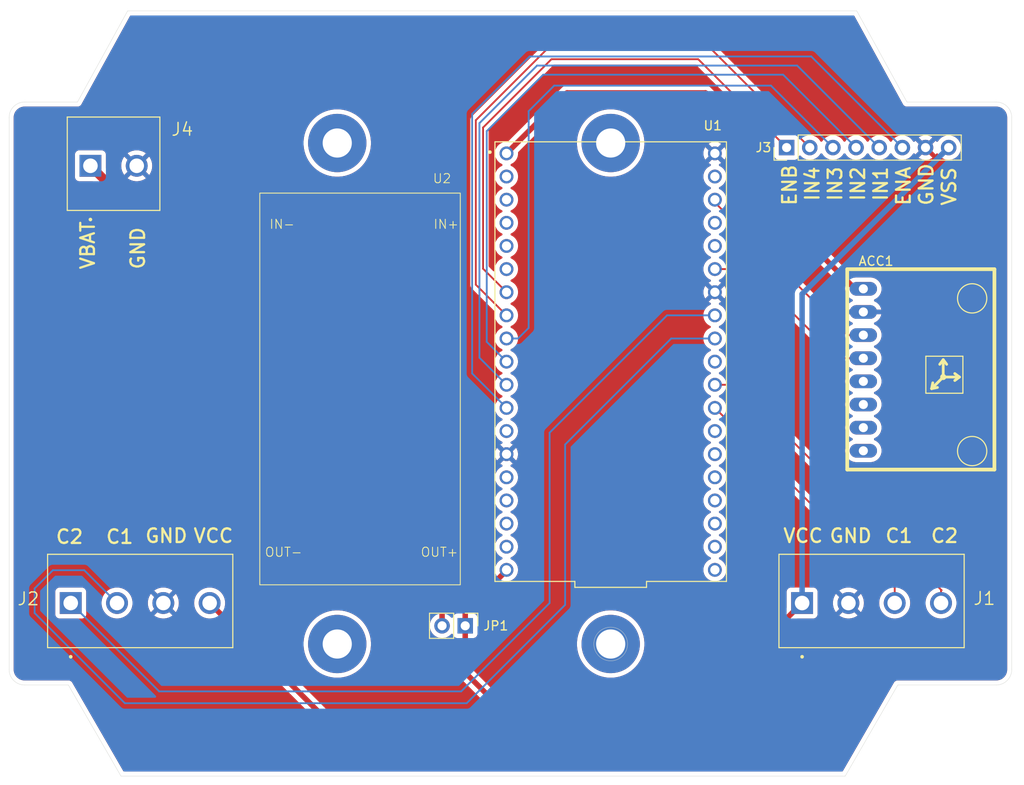
<source format=kicad_pcb>
(kicad_pcb (version 20241229) (generator "pcbnew") (generator_version "9.0")
  (layers (0 "F.Cu" signal "Front") (4 "In1.Cu" signal) (6 "In2.Cu" signal) (2 "B.Cu" signal "Back") (13 "F.Paste" user) (15 "B.Paste" user) (5 "F.SilkS" user "F.Silkscreen") (7 "B.SilkS" user "B.Silkscreen") (1 "F.Mask" user) (3 "B.Mask" user) (25 "Edge.Cuts" user))
  (net 0 "")
  (net 4 "Net-(U1-3.3V)")
  (net 5 "Net-(U1-IO22)")
  (net 7 "GND")
  (net 8 "Net-(U1-IO21)")
  (net 9 "+5V")
  (net 10 "/ENC_A1")
  (net 11 "/ENC_B1")
  (net 12 "/ENC_A2")
  (net 13 "/ENC_B2")
  (net 14 "/IN3")
  (net 15 "/IN4")
  (net 16 "/ENA")
  (net 17 "/IN2")
  (net 18 "/IN1")
  (net 19 "/ENB")
  (net 20 "+12V")
  (footprint "MountingHole:MountingHole_3.2mm_M3_Pad" (layer "F.Cu") (at 129 49.5)
    (property "Reference" "H1" (hide yes))
    (property "Value" "MountingHole")
    (pad "1" thru_hole circle (at 0 0) (size 6.4 6.4) (drill 3.2) (layers "*.Cu" "*.Mask"))
  )
  (footprint "Module:LM2596 WC00100 Module" (layer "F.Cu") (at 131.5 76.5)
    (property "Reference" "U2" (at 9 -23.1 0) (layer "F.SilkS") (effects (font (thickness 0.1))))
    (property "Value" "LM2596")
    (fp_rect (start -11 -21.5) (end 11 21.5) (stroke (width 0.1)) (fill no) (layer "F.SilkS"))
    (fp_text user "OUT-" (at -10.5 18.5 0) (layer "F.SilkS") (effects (font (thickness 0.1)) (justify left bottom)))
    (fp_text user "OUT+" (at 6.6 18.5 0) (layer "F.SilkS") (effects (font (thickness 0.1)) (justify left bottom)))
    (fp_text user "IN-" (at -10 -17.5 0) (layer "F.SilkS") (effects (font (thickness 0.1)) (justify left bottom)))
    (fp_text user "IN+" (at 8 -17.5 0) (layer "F.SilkS") (effects (font (thickness 0.1)) (justify left bottom)))
    (pad "1" smd roundrect (at -9 -20) (size 1.905 1.905) (layers "F.Cu" "F.Mask" "F.Paste") (roundrect_rratio 0.15) (net 7 "GND"))
    (pad "2" smd roundrect (at 9 -20) (size 1.905 1.905) (layers "F.Cu" "F.Mask" "F.Paste") (roundrect_rratio 0.15) (net 20 "+12V"))
    (pad "3" smd roundrect (at 9 20) (size 1.905 1.905) (layers "F.Cu" "F.Mask" "F.Paste") (roundrect_rratio 0.15) (net 9 "+5V"))
    (pad "4" smd roundrect (at -9 20) (size 1.905 1.905) (layers "F.Cu" "F.Mask" "F.Paste") (roundrect_rratio 0.15) (net 7 "GND"))
  )
  (footprint "MountingHole:MountingHole_3.2mm_M3_Pad" (layer "F.Cu") (at 159 49.5)
    (property "Reference" "H3" (hide yes))
    (property "Value" "MountingHole")
    (pad "1" thru_hole circle (at 0 0) (size 6.4 6.4) (drill 3.2) (layers "*.Cu" "*.Mask"))
  )
  (footprint "MountingHole:MountingHole_3.2mm_M3_Pad" (layer "F.Cu") (at 129 104.5)
    (property "Reference" "H2" (hide yes))
    (property "Value" "MountingHole")
    (pad "1" thru_hole circle (at 0 0) (size 6.4 6.4) (drill 3.2) (layers "*.Cu" "*.Mask"))
  )
  (footprint "Sensor_Motion:GY-521" (layer "F.Cu") (at 184.9484 85.3516)
    (property "Reference" "ACC1" (at 3.167 -22.8854 0) (layer "F.SilkS"))
    (property "Value" "GY-521")
    (fp_line (start 0 -22) (end 0 0) (stroke (width 0.4064)) (layer "F.SilkS"))
    (fp_line (start 0 0) (end 16.15 0) (stroke (width 0.4064)) (layer "F.SilkS"))
    (fp_line (start 8.628 -12.446) (end 8.628 -8.382) (stroke (width 0.127)) (layer "F.SilkS"))
    (fp_line (start 8.628 -8.382) (end 12.692 -8.382) (stroke (width 0.127)) (layer "F.SilkS"))
    (fp_line (start 9.263 -8.89) (end 9.39 -9.525) (stroke (width 0.3048)) (layer "F.SilkS"))
    (fp_line (start 9.263 -8.89) (end 9.898 -9.017) (stroke (width 0.3048)) (layer "F.SilkS"))
    (fp_line (start 10.533 -12.065) (end 10.152 -11.557) (stroke (width 0.3048)) (layer "F.SilkS"))
    (fp_line (start 10.533 -10.16) (end 9.263 -8.89) (stroke (width 0.3048)) (layer "F.SilkS"))
    (fp_line (start 10.533 -10.16) (end 10.533 -12.065) (stroke (width 0.3048)) (layer "F.SilkS"))
    (fp_line (start 10.533 -10.16) (end 12.311 -10.16) (stroke (width 0.3048)) (layer "F.SilkS"))
    (fp_line (start 10.914 -11.557) (end 10.533 -12.065) (stroke (width 0.3048)) (layer "F.SilkS"))
    (fp_line (start 11.803 -10.541) (end 12.311 -10.16) (stroke (width 0.3048)) (layer "F.SilkS"))
    (fp_line (start 12.311 -10.16) (end 11.803 -9.779) (stroke (width 0.3048)) (layer "F.SilkS"))
    (fp_line (start 12.692 -12.446) (end 8.628 -12.446) (stroke (width 0.127)) (layer "F.SilkS"))
    (fp_line (start 12.692 -8.382) (end 12.692 -12.446) (stroke (width 0.127)) (layer "F.SilkS"))
    (fp_line (start 16.15 -22) (end 0 -22) (stroke (width 0.4064)) (layer "F.SilkS"))
    (fp_line (start 16.15 0) (end 16.15 -22) (stroke (width 0.4064)) (layer "F.SilkS"))
    (fp_circle (center 10.533 -10.16) (end 10.712603 -10.16) (stroke (width 0.3048)) (fill no) (layer "F.SilkS"))
    (fp_circle (center 13.708 -18.796) (end 15.31443 -18.796) (stroke (width 0.127)) (fill no) (layer "F.SilkS"))
    (fp_circle (center 13.708 -2.032) (end 15.31443 -2.032) (stroke (width 0.127)) (fill no) (layer "F.SilkS"))
    (pad "AD0" thru_hole oval (at 1.77 -4.604) (size 3 1.5) (drill 1) (layers "*.Cu" "*.Mask"))
    (pad "GND" thru_hole oval (at 1.77 -17.304) (size 3 1.5) (drill 1) (layers "*.Cu" "*.Mask") (net 7 "GND"))
    (pad "INT" thru_hole oval (at 1.77 -2.064) (size 3 1.5) (drill 1) (layers "*.Cu" "*.Mask"))
    (pad "SCL" thru_hole oval (at 1.77 -14.764) (size 3 1.5) (drill 1) (layers "*.Cu" "*.Mask") (net 5 "Net-(U1-IO22)"))
    (pad "SDA" thru_hole oval (at 1.77 -12.224) (size 3 1.5) (drill 1) (layers "*.Cu" "*.Mask") (net 8 "Net-(U1-IO21)"))
    (pad "VCC" thru_hole oval (at 1.77 -19.844) (size 3 1.5) (drill 1) (layers "*.Cu" "*.Mask") (net 4 "Net-(U1-3.3V)"))
    (pad "XCL" thru_hole oval (at 1.77 -7.144) (size 3 1.5) (drill 1) (layers "*.Cu" "*.Mask"))
    (pad "XDA" thru_hole oval (at 1.77 -9.684) (size 3 1.5) (drill 1) (layers "*.Cu" "*.Mask"))
  )
  (footprint "RF_Module:ESP32-NODEMCU-32S" (layer "F.Cu") (at 159 73.5)
    (property "Reference" "U1" (at 11.2 -25.9 0) (layer "F.SilkS"))
    (property "Value" "NODEMCU-32S")
    (fp_line (start -12.7 -24.13) (end 12.7 -24.13) (stroke (width 0.127)) (layer "F.SilkS"))
    (fp_line (start -12.7 24.13) (end -12.7 -24.13) (stroke (width 0.127)) (layer "F.SilkS"))
    (fp_line (start -3.93 24.13) (end -12.7 24.13) (stroke (width 0.127)) (layer "F.SilkS"))
    (fp_line (start -3.93 24.13) (end -3.93 24.78) (stroke (width 0.127)) (layer "F.SilkS"))
    (fp_line (start -3.93 24.78) (end 3.93 24.78) (stroke (width 0.127)) (layer "F.SilkS"))
    (fp_line (start 3.93 24.78) (end 3.93 24.13) (stroke (width 0.127)) (layer "F.SilkS"))
    (fp_line (start 12.7 -24.13) (end 12.7 24.13) (stroke (width 0.127)) (layer "F.SilkS"))
    (fp_line (start 12.7 24.13) (end 3.93 24.13) (stroke (width 0.127)) (layer "F.SilkS"))
    (fp_circle (center -13.25 -23) (end -13.15 -23) (stroke (width 0.2)) (fill no) (layer "F.SilkS"))
    (pad "J1_1" thru_hole circle (at -11.43 -22.86) (size 1.524 1.524) (drill 1.016) (layers "*.Cu" "*.Mask") (net 4 "Net-(U1-3.3V)"))
    (pad "J1_2" thru_hole circle (at -11.43 -20.32) (size 1.524 1.524) (drill 1.016) (layers "*.Cu" "*.Mask"))
    (pad "J1_3" thru_hole circle (at -11.43 -17.78) (size 1.524 1.524) (drill 1.016) (layers "*.Cu" "*.Mask"))
    (pad "J1_4" thru_hole circle (at -11.43 -15.24) (size 1.524 1.524) (drill 1.016) (layers "*.Cu" "*.Mask"))
    (pad "J1_5" thru_hole circle (at -11.43 -12.7) (size 1.524 1.524) (drill 1.016) (layers "*.Cu" "*.Mask"))
    (pad "J1_6" thru_hole circle (at -11.43 -10.16) (size 1.524 1.524) (drill 1.016) (layers "*.Cu" "*.Mask"))
    (pad "J1_7" thru_hole circle (at -11.43 -7.62) (size 1.524 1.524) (drill 1.016) (layers "*.Cu" "*.Mask") (net 19 "/ENB"))
    (pad "J1_8" thru_hole circle (at -11.43 -5.08) (size 1.524 1.524) (drill 1.016) (layers "*.Cu" "*.Mask") (net 15 "/IN4"))
    (pad "J1_9" thru_hole circle (at -11.43 -2.54) (size 1.524 1.524) (drill 1.016) (layers "*.Cu" "*.Mask") (net 14 "/IN3"))
    (pad "J1_10" thru_hole circle (at -11.43 0) (size 1.524 1.524) (drill 1.016) (layers "*.Cu" "*.Mask") (net 17 "/IN2"))
    (pad "J1_11" thru_hole circle (at -11.43 2.54) (size 1.524 1.524) (drill 1.016) (layers "*.Cu" "*.Mask") (net 18 "/IN1"))
    (pad "J1_12" thru_hole circle (at -11.43 5.08) (size 1.524 1.524) (drill 1.016) (layers "*.Cu" "*.Mask") (net 16 "/ENA"))
    (pad "J1_13" thru_hole circle (at -11.43 7.62) (size 1.524 1.524) (drill 1.016) (layers "*.Cu" "*.Mask"))
    (pad "J1_14" thru_hole circle (at -11.43 10.16) (size 1.524 1.524) (drill 1.016) (layers "*.Cu" "*.Mask") (net 7 "GND"))
    (pad "J1_15" thru_hole circle (at -11.43 12.7) (size 1.524 1.524) (drill 1.016) (layers "*.Cu" "*.Mask"))
    (pad "J1_16" thru_hole circle (at -11.43 15.24) (size 1.524 1.524) (drill 1.016) (layers "*.Cu" "*.Mask"))
    (pad "J1_17" thru_hole circle (at -11.43 17.78) (size 1.524 1.524) (drill 1.016) (layers "*.Cu" "*.Mask"))
    (pad "J1_18" thru_hole circle (at -11.43 20.32) (size 1.524 1.524) (drill 1.016) (layers "*.Cu" "*.Mask"))
    (pad "J1_19" thru_hole circle (at -11.43 22.86) (size 1.524 1.524) (drill 1.016) (layers "*.Cu" "*.Mask") (net 9 "+5V"))
    (pad "J2_1" thru_hole circle (at 11.43 -22.86) (size 1.524 1.524) (drill 1.016) (layers "*.Cu" "*.Mask") (net 7 "GND"))
    (pad "J2_2" thru_hole circle (at 11.43 -20.32) (size 1.524 1.524) (drill 1.016) (layers "*.Cu" "*.Mask"))
    (pad "J2_3" thru_hole circle (at 11.43 -17.78) (size 1.524 1.524) (drill 1.016) (layers "*.Cu" "*.Mask") (net 5 "Net-(U1-IO22)"))
    (pad "J2_4" thru_hole circle (at 11.43 -15.24) (size 1.524 1.524) (drill 1.016) (layers "*.Cu" "*.Mask"))
    (pad "J2_5" thru_hole circle (at 11.43 -12.7) (size 1.524 1.524) (drill 1.016) (layers "*.Cu" "*.Mask"))
    (pad "J2_6" thru_hole circle (at 11.43 -10.16) (size 1.524 1.524) (drill 1.016) (layers "*.Cu" "*.Mask") (net 8 "Net-(U1-IO21)"))
    (pad "J2_7" thru_hole circle (at 11.43 -7.62) (size 1.524 1.524) (drill 1.016) (layers "*.Cu" "*.Mask") (net 7 "GND"))
    (pad "J2_8" thru_hole circle (at 11.43 -5.08) (size 1.524 1.524) (drill 1.016) (layers "*.Cu" "*.Mask") (net 13 "/ENC_B2"))
    (pad "J2_9" thru_hole circle (at 11.43 -2.54) (size 1.524 1.524) (drill 1.016) (layers "*.Cu" "*.Mask") (net 12 "/ENC_A2"))
    (pad "J2_10" thru_hole circle (at 11.43 0) (size 1.524 1.524) (drill 1.016) (layers "*.Cu" "*.Mask"))
    (pad "J2_11" thru_hole circle (at 11.43 2.54) (size 1.524 1.524) (drill 1.016) (layers "*.Cu" "*.Mask") (net 11 "/ENC_B1"))
    (pad "J2_12" thru_hole circle (at 11.43 5.08) (size 1.524 1.524) (drill 1.016) (layers "*.Cu" "*.Mask") (net 10 "/ENC_A1"))
    (pad "J2_13" thru_hole circle (at 11.43 7.62) (size 1.524 1.524) (drill 1.016) (layers "*.Cu" "*.Mask"))
    (pad "J2_14" thru_hole circle (at 11.43 10.16) (size 1.524 1.524) (drill 1.016) (layers "*.Cu" "*.Mask"))
    (pad "J2_15" thru_hole circle (at 11.43 12.7) (size 1.524 1.524) (drill 1.016) (layers "*.Cu" "*.Mask"))
    (pad "J2_16" thru_hole circle (at 11.43 15.24) (size 1.524 1.524) (drill 1.016) (layers "*.Cu" "*.Mask"))
    (pad "J2_17" thru_hole circle (at 11.43 17.78) (size 1.524 1.524) (drill 1.016) (layers "*.Cu" "*.Mask"))
    (pad "J2_18" thru_hole circle (at 11.43 20.32) (size 1.524 1.524) (drill 1.016) (layers "*.Cu" "*.Mask"))
    (pad "J2_19" thru_hole circle (at 11.43 22.86) (size 1.524 1.524) (drill 1.016) (layers "*.Cu" "*.Mask"))
  )
  (footprint "Connector_PinHeader_2.54mm:PinHeader_1x08_P2.54mm_Vertical" (layer "F.Cu") (at 178.3 50 90)
    (property "Reference" "J3" (at 0 -2.54 0) (layer "F.SilkS"))
    (property "Value" "Conn_01x08_Pin")
    (fp_line (start -1.38 -1.38) (end 0 -1.38) (stroke (width 0.12)) (layer "F.SilkS"))
    (fp_line (start -1.38 0) (end -1.38 -1.38) (stroke (width 0.12)) (layer "F.SilkS"))
    (fp_line (start 1.38 1.27) (end 1.38 19.16) (stroke (width 0.12)) (layer "F.SilkS"))
    (fp_line (start -1.38 1.27) (end 1.38 1.27) (stroke (width 0.12)) (layer "F.SilkS"))
    (fp_line (start -1.38 1.27) (end -1.38 19.16) (stroke (width 0.12)) (layer "F.SilkS"))
    (fp_line (start -1.38 19.16) (end 1.38 19.16) (stroke (width 0.12)) (layer "F.SilkS"))
    (pad "1" thru_hole rect (at 0 0 90) (size 1.7 1.7) (drill 1) (layers "*.Cu" "*.Mask") (net 19 "/ENB"))
    (pad "2" thru_hole circle (at 0 2.54 90) (size 1.7 1.7) (drill 1) (layers "*.Cu" "*.Mask") (net 15 "/IN4"))
    (pad "3" thru_hole circle (at 0 5.08 90) (size 1.7 1.7) (drill 1) (layers "*.Cu" "*.Mask") (net 14 "/IN3"))
    (pad "4" thru_hole circle (at 0 7.62 90) (size 1.7 1.7) (drill 1) (layers "*.Cu" "*.Mask") (net 17 "/IN2"))
    (pad "5" thru_hole circle (at 0 10.16 90) (size 1.7 1.7) (drill 1) (layers "*.Cu" "*.Mask") (net 18 "/IN1"))
    (pad "6" thru_hole circle (at 0 12.7 90) (size 1.7 1.7) (drill 1) (layers "*.Cu" "*.Mask") (net 16 "/ENA"))
    (pad "7" thru_hole circle (at 0 15.24 90) (size 1.7 1.7) (drill 1) (layers "*.Cu" "*.Mask") (net 7 "GND"))
    (pad "8" thru_hole circle (at 0 17.78 90) (size 1.7 1.7) (drill 1) (layers "*.Cu" "*.Mask") (net 9 "+5V"))
  )
  (footprint "TerminalBlock:ScrewTerminal_TB007-508-02BE" (layer "F.Cu") (at 101.92 52)
    (property "Reference" "J4" (at 10.08 -4 0) (layer "F.SilkS") (effects (font (size 1.4 1.4))))
    (property "Value" "Screw_Terminal_01x02")
    (fp_line (start -2.54 -5.35) (end 7.62 -5.35) (stroke (width 0.127)) (layer "F.SilkS"))
    (fp_line (start -2.54 4.9) (end -2.54 -5.35) (stroke (width 0.127)) (layer "F.SilkS"))
    (fp_line (start 7.62 -5.35) (end 7.62 4.9) (stroke (width 0.127)) (layer "F.SilkS"))
    (fp_line (start 7.62 4.9) (end -2.54 4.9) (stroke (width 0.127)) (layer "F.SilkS"))
    (fp_circle (center 0 5.9) (end 0.1 5.9) (stroke (width 0.2)) (fill no) (layer "F.SilkS"))
    (pad "1" thru_hole rect (at 0 0) (size 2.4 2.4) (drill 1.6) (layers "*.Cu" "*.Mask") (net 20 "+12V"))
    (pad "2" thru_hole circle (at 5.08 0) (size 2.4 2.4) (drill 1.6) (layers "*.Cu" "*.Mask") (net 7 "GND"))
  )
  (footprint "Connector_PinHeader_2.54mm:PinHeader_1x02_P2.54mm_Vertical" (layer "F.Cu") (at 143.04 102.5 -90)
    (property "Reference" "JP1" (at 0 -3.36 180) (layer "F.SilkS"))
    (property "Value" "Conn_01x02_Pin")
    (fp_line (start -1.38 3.92) (end 1.38 3.92) (stroke (width 0.12)) (layer "F.SilkS"))
    (fp_line (start -1.38 1.27) (end -1.38 3.92) (stroke (width 0.12)) (layer "F.SilkS"))
    (fp_line (start -1.38 1.27) (end 1.38 1.27) (stroke (width 0.12)) (layer "F.SilkS"))
    (fp_line (start 1.38 1.27) (end 1.38 3.92) (stroke (width 0.12)) (layer "F.SilkS"))
    (fp_line (start -1.38 0) (end -1.38 -1.38) (stroke (width 0.12)) (layer "F.SilkS"))
    (fp_line (start -1.38 -1.38) (end 0 -1.38) (stroke (width 0.12)) (layer "F.SilkS"))
    (pad "1" thru_hole rect (at 0 0 270) (size 1.7 1.7) (drill 1) (layers "*.Cu" "*.Mask") (net 9 "+5V"))
    (pad "2" thru_hole circle (at 0 2.54 270) (size 1.7 1.7) (drill 1) (layers "*.Cu" "*.Mask") (net 9 "+5V"))
  )
  (footprint "TerminalBlock:ScrewTerminal_TB007-508-04BE" (layer "F.Cu") (at 180 100)
    (property "Reference" "J1" (at 20 -0.5 0) (layer "F.SilkS") (effects (font (size 1.4 1.4))))
    (property "Value" "Screw_Terminal_01x04")
    (fp_line (start -2.54 -5.35) (end 17.78 -5.35) (stroke (width 0.127)) (layer "F.SilkS"))
    (fp_line (start -2.54 4.9) (end -2.54 -5.35) (stroke (width 0.127)) (layer "F.SilkS"))
    (fp_line (start 17.78 -5.35) (end 17.78 4.9) (stroke (width 0.127)) (layer "F.SilkS"))
    (fp_line (start 17.78 4.9) (end -2.54 4.9) (stroke (width 0.127)) (layer "F.SilkS"))
    (fp_circle (center 0 5.9) (end 0.1 5.9) (stroke (width 0.2)) (fill no) (layer "F.SilkS"))
    (pad "1" thru_hole rect (at 0 0) (size 2.4 2.4) (drill 1.6) (layers "*.Cu" "*.Mask") (net 9 "+5V"))
    (pad "2" thru_hole circle (at 5.08 0) (size 2.4 2.4) (drill 1.6) (layers "*.Cu" "*.Mask") (net 7 "GND"))
    (pad "3" thru_hole circle (at 10.16 0) (size 2.4 2.4) (drill 1.6) (layers "*.Cu" "*.Mask") (net 10 "/ENC_A1"))
    (pad "4" thru_hole circle (at 15.24 0) (size 2.4 2.4) (drill 1.6) (layers "*.Cu" "*.Mask") (net 11 "/ENC_B1"))
  )
  (footprint "MountingHole:MountingHole_3.2mm_M3_Pad" (layer "F.Cu") (at 159 104.5)
    (property "Reference" "H4" (hide yes))
    (property "Value" "MountingHole")
    (pad "1" thru_hole circle (at 0 0) (size 6.4 6.4) (drill 3.2) (layers "*.Cu" "*.Mask"))
  )
  (footprint "TerminalBlock:ScrewTerminal_TB007-508-04BE" (layer "F.Cu") (at 99.76 100)
    (property "Reference" "J2" (at -4.65 -0.46 0) (layer "F.SilkS") (effects (font (size 1.4 1.4))))
    (property "Value" "Screw_Terminal_01x04")
    (fp_line (start -2.54 -5.35) (end 17.78 -5.35) (stroke (width 0.127)) (layer "F.SilkS"))
    (fp_line (start -2.54 4.9) (end -2.54 -5.35) (stroke (width 0.127)) (layer "F.SilkS"))
    (fp_line (start 17.78 -5.35) (end 17.78 4.9) (stroke (width 0.127)) (layer "F.SilkS"))
    (fp_line (start 17.78 4.9) (end -2.54 4.9) (stroke (width 0.127)) (layer "F.SilkS"))
    (fp_circle (center 0 5.9) (end 0.1 5.9) (stroke (width 0.2)) (fill no) (layer "F.SilkS"))
    (pad "1" thru_hole rect (at 0 0) (size 2.4 2.4) (drill 1.6) (layers "*.Cu" "*.Mask") (net 13 "/ENC_B2"))
    (pad "2" thru_hole circle (at 5.08 0) (size 2.4 2.4) (drill 1.6) (layers "*.Cu" "*.Mask") (net 12 "/ENC_A2"))
    (pad "3" thru_hole circle (at 10.16 0) (size 2.4 2.4) (drill 1.6) (layers "*.Cu" "*.Mask") (net 7 "GND"))
    (pad "4" thru_hole circle (at 15.24 0) (size 2.4 2.4) (drill 1.6) (layers "*.Cu" "*.Mask") (net 9 "+5V"))
  )
  (gr_line (start 105.269231 119) (end 184.730769 119) (stroke (width 0.0381)) (layer "Edge.Cuts"))
  (gr_line (start 203 107.3) (end 203 46.7) (stroke (width 0.0381)) (layer "Edge.Cuts"))
  (gr_line (start 186 35) (end 191.5 45) (stroke (width 0.0381)) (layer "Edge.Cuts"))
  (gr_line (start 184.730769 119) (end 190.5 109) (stroke (width 0.0381)) (layer "Edge.Cuts"))
  (gr_line (start 106 35) (end 186 35) (stroke (width 0.0381)) (layer "Edge.Cuts"))
  (gr_circle (center 159 104.5) (end 160.85 104.5) (stroke (width 0.0381)) (fill no) (layer "Edge.Cuts"))
  (gr_line (start 100.5 45) (end 94.7 45) (stroke (width 0.0381)) (layer "Edge.Cuts"))
  (gr_arc (start 201.3 45) (mid 202.502082 45.497918) (end 203 46.7) (stroke (width 0.0381)) (layer "Edge.Cuts"))
  (gr_arc (start 94.7 109) (mid 93.497918 108.502082) (end 93 107.3) (stroke (width 0.0381)) (layer "Edge.Cuts"))
  (gr_line (start 94.7 109) (end 99.5 109) (stroke (width 0.0381)) (layer "Edge.Cuts"))
  (gr_line (start 93 46.7) (end 93 107.3) (stroke (width 0.0381)) (layer "Edge.Cuts"))
  (gr_line (start 99.5 109) (end 105.269231 119) (stroke (width 0.0381)) (layer "Edge.Cuts"))
  (gr_arc (start 203 107.3) (mid 202.502082 108.502082) (end 201.3 109) (stroke (width 0.0381)) (layer "Edge.Cuts"))
  (gr_arc (start 93 46.7) (mid 93.497918 45.497918) (end 94.7 45) (stroke (width 0.0381)) (layer "Edge.Cuts"))
  (gr_line (start 201.3 45) (end 191.5 45) (stroke (width 0.0381)) (layer "Edge.Cuts"))
  (gr_line (start 190.5 109) (end 201.3 109) (stroke (width 0.0381)) (layer "Edge.Cuts"))
  (gr_line (start 100.5 45) (end 106 35) (stroke (width 0.0381)) (layer "Edge.Cuts"))
  (gr_text "C1" (at 103.5 93.6 0) (layer "F.SilkS") (effects (font (size 1.5 1.5) (thickness 0.25) (bold yes)) (justify left bottom)))
  (gr_text "VCC" (at 177.8 93.5 0) (layer "F.SilkS") (effects (font (size 1.5 1.5) (thickness 0.25) (bold yes)) (justify left bottom)))
  (gr_text "GND" (at 107.8 93.5 0) (layer "F.SilkS") (effects (font (size 1.5 1.5) (thickness 0.25) (bold yes)) (justify left bottom)))
  (gr_text "GND" (at 182.88 93.5 0) (layer "F.SilkS") (effects (font (size 1.5 1.5) (thickness 0.25) (bold yes)) (justify left bottom)))
  (gr_text "GND\n" (at 194.5 56.5 90) (layer "F.SilkS") (effects (font (size 1.5 1.5) (thickness 0.25) (bold yes)) (justify left bottom)))
  (gr_text "C1" (at 189 93.5 0) (layer "F.SilkS") (effects (font (size 1.5 1.5) (thickness 0.25) (bold yes)) (justify left bottom)))
  (gr_text "IN4" (at 182 56 90) (layer "F.SilkS") (effects (font (size 1.5 1.5) (thickness 0.25) (bold yes)) (justify left bottom)))
  (gr_text "VBAT" (at 102.5 63.5 90) (layer "F.SilkS") (effects (font (size 1.5 1.5) (thickness 0.25) (bold yes)) (justify left bottom)))
  (gr_text "ENA\n" (at 192 56.5 90) (layer "F.SilkS") (effects (font (size 1.5 1.5) (thickness 0.25) (bold yes)) (justify left bottom)))
  (gr_text "VCC" (at 113.1 93.5 0) (layer "F.SilkS") (effects (font (size 1.5 1.5) (thickness 0.25) (bold yes)) (justify left bottom)))
  (gr_text "GND" (at 108 63.5 90) (layer "F.SilkS") (effects (font (size 1.5 1.5) (thickness 0.25) (bold yes)) (justify left bottom)))
  (gr_text "C2" (at 194 93.5 0) (layer "F.SilkS") (effects (font (size 1.5 1.5) (thickness 0.25) (bold yes)) (justify left bottom)))
  (gr_text "VSS" (at 197 56.5 90) (layer "F.SilkS") (effects (font (size 1.5 1.5) (thickness 0.25) (bold yes)) (justify left bottom)))
  (gr_text "IN3" (at 184.5 56 90) (layer "F.SilkS") (effects (font (size 1.5 1.5) (thickness 0.25) (bold yes)) (justify left bottom)))
  (gr_text "IN1" (at 189.5 56 90) (layer "F.SilkS") (effects (font (size 1.5 1.5) (thickness 0.25) (bold yes)) (justify left bottom)))
  (gr_text "C2" (at 98 93.6 0) (layer "F.SilkS") (effects (font (size 1.5 1.5) (thickness 0.25) (bold yes)) (justify left bottom)))
  (gr_text "ENB\n" (at 179.5 56.5 90) (layer "F.SilkS") (effects (font (size 1.5 1.5) (thickness 0.25) (bold yes)) (justify left bottom)))
  (gr_text "IN2" (at 187 56 90) (layer "F.SilkS") (effects (font (size 1.5 1.5) (thickness 0.25) (bold yes)) (justify left bottom)))
  (segment (start 174.4 54.1) (end 174.4 49) (width 0.6) (layer "F.Cu") (net 4))
  (segment (start 169.4 44) (end 154.21 44) (width 0.6) (layer "F.Cu") (net 4))
  (segment (start 154.21 44) (end 147.57 50.64) (width 0.6) (layer "F.Cu") (net 4))
  (segment (start 185.8076 65.5076) (end 174.4 54.1) (width 0.6) (layer "F.Cu") (net 4))
  (segment (start 186.7184 65.5076) (end 185.8076 65.5076) (width 0.6) (layer "F.Cu") (net 4))
  (segment (start 174.4 49) (end 169.4 44) (width 0.6) (layer "F.Cu") (net 4))
  (segment (start 184.9876 70.5876) (end 186.7184 70.5876) (width 0.2) (layer "F.Cu") (net 5))
  (segment (start 170.43 55.72) (end 170.43 56.03) (width 0.2) (layer "F.Cu") (net 5))
  (segment (start 170.43 56.03) (end 184.9876 70.5876) (width 0.2) (layer "F.Cu") (net 5))
  (segment (start 174.14 63.34) (end 183.9276 73.1276) (width 0.2) (layer "F.Cu") (net 8))
  (segment (start 183.9276 73.1276) (end 186.7184 73.1276) (width 0.2) (layer "F.Cu") (net 8))
  (segment (start 170.43 63.34) (end 174.14 63.34) (width 0.2) (layer "F.Cu") (net 8))
  (segment (start 147.57 96.43) (end 143.04 100.96) (width 0.6) (layer "F.Cu") (net 9))
  (segment (start 147.9 112.5) (end 127.5 112.5) (width 0.6) (layer "F.Cu") (net 9))
  (segment (start 143.04 107.64) (end 147.9 112.5) (width 0.6) (layer "F.Cu") (net 9))
  (segment (start 143.04 100.96) (end 143.04 102.5) (width 0.6) (layer "F.Cu") (net 9))
  (segment (start 180 100) (end 167.5 112.5) (width 0.6) (layer "F.Cu") (net 9))
  (segment (start 140.5 96.5) (end 140.5 102.5) (width 0.6) (layer "F.Cu") (net 9))
  (segment (start 127.5 112.5) (end 115 100) (width 0.6) (layer "F.Cu") (net 9))
  (segment (start 167.5 112.5) (end 147.9 112.5) (width 0.6) (layer "F.Cu") (net 9))
  (segment (start 147.57 96.36) (end 147.57 96.43) (width 0.6) (layer "F.Cu") (net 9))
  (segment (start 143.04 102.5) (end 143.04 107.64) (width 0.6) (layer "F.Cu") (net 9))
  (segment (start 180 100) (end 180 66.08) (width 0.6) (layer "B.Cu") (net 9))
  (segment (start 180 66.08) (end 196.08 50) (width 0.6) (layer "B.Cu") (net 9))
  (segment (start 190.16 98.31) (end 170.43 78.58) (width 0.2) (layer "F.Cu") (net 10))
  (segment (start 190.16 100) (end 190.16 98.31) (width 0.2) (layer "F.Cu") (net 10))
  (segment (start 170.43 76.04) (end 172.74 76.04) (width 0.2) (layer "F.Cu") (net 11))
  (segment (start 195.24 98.66) (end 195.24 100) (width 0.2) (layer "F.Cu") (net 11))
  (segment (start 195.3 98.6) (end 195.24 98.66) (width 0.2) (layer "F.Cu") (net 11))
  (segment (start 172.74 76.04) (end 195.3 98.6) (width 0.2) (layer "F.Cu") (net 11))
  (segment (start 104.84 100) (end 101.24 96.4) (width 0.2) (layer "B.Cu") (net 12))
  (segment (start 95.8 98.4) (end 95.8 101.1) (width 0.2) (layer "B.Cu") (net 12))
  (segment (start 101.24 96.4) (end 97.8 96.4) (width 0.2) (layer "B.Cu") (net 12))
  (segment (start 97.8 96.4) (end 95.8 98.4) (width 0.2) (layer "B.Cu") (net 12))
  (segment (start 154 100.2) (end 154 82.6) (width 0.2) (layer "B.Cu") (net 12))
  (segment (start 143.2 111) (end 154 100.2) (width 0.2) (layer "B.Cu") (net 12))
  (segment (start 154 82.6) (end 165.64 70.96) (width 0.2) (layer "B.Cu") (net 12))
  (segment (start 165.64 70.96) (end 170.43 70.96) (width 0.2) (layer "B.Cu") (net 12))
  (segment (start 95.8 101.1) (end 105.7 111) (width 0.2) (layer "B.Cu") (net 12))
  (segment (start 105.7 111) (end 143.2 111) (width 0.2) (layer "B.Cu") (net 12))
  (segment (start 165.18 68.42) (end 170.43 68.42) (width 0.2) (layer "B.Cu") (net 13))
  (segment (start 152.3 81.3) (end 165.18 68.42) (width 0.2) (layer "B.Cu") (net 13))
  (segment (start 152.3 100) (end 152.3 81.3) (width 0.2) (layer "B.Cu") (net 13))
  (segment (start 142.6 109.7) (end 152.3 100) (width 0.2) (layer "B.Cu") (net 13))
  (segment (start 99.76 100) (end 109.46 109.7) (width 0.2) (layer "B.Cu") (net 13))
  (segment (start 109.46 109.7) (end 142.6 109.7) (width 0.2) (layer "B.Cu") (net 13))
  (segment (start 148.84 70.96) (end 147.57 70.96) (width 0.2) (layer "B.Cu") (net 14))
  (segment (start 183.38 50) (end 176.58 43.2) (width 0.2) (layer "B.Cu") (net 14))
  (segment (start 150 46) (end 150 69.8) (width 0.2) (layer "B.Cu") (net 14))
  (segment (start 152.8 43.2) (end 150 46) (width 0.2) (layer "B.Cu") (net 14))
  (segment (start 150 69.8) (end 148.84 70.96) (width 0.2) (layer "B.Cu") (net 14))
  (segment (start 176.58 43.2) (end 152.8 43.2) (width 0.2) (layer "B.Cu") (net 14))
  (segment (start 144.2 65.05) (end 147.57 68.42) (width 0.2) (layer "F.Cu") (net 15))
  (segment (start 170.04 39.2) (end 152 39.2) (width 0.2) (layer "F.Cu") (net 15))
  (segment (start 180.84 50) (end 170.04 39.2) (width 0.2) (layer "F.Cu") (net 15))
  (segment (start 152 39.2) (end 144.2 47) (width 0.2) (layer "F.Cu") (net 15))
  (segment (start 144.2 47) (end 144.2 65.05) (width 0.2) (layer "F.Cu") (net 15))
  (segment (start 150.1 40) (end 143.8 46.3) (width 0.2) (layer "B.Cu") (net 16))
  (segment (start 147.57 78.57) (end 147.57 78.58) (width 0.2) (layer "B.Cu") (net 16))
  (segment (start 143.8 46.3) (end 143.8 74.8) (width 0.2) (layer "B.Cu") (net 16))
  (segment (start 143.8 74.8) (end 147.57 78.57) (width 0.2) (layer "B.Cu") (net 16))
  (segment (start 191 50) (end 181 40) (width 0.2) (layer "B.Cu") (net 16))
  (segment (start 181 40) (end 150.1 40) (width 0.2) (layer "B.Cu") (net 16))
  (segment (start 185.92 50) (end 177.92 42) (width 0.2) (layer "B.Cu") (net 17))
  (segment (start 151.6 42) (end 145.4 48.2) (width 0.2) (layer "B.Cu") (net 17))
  (segment (start 177.92 42) (end 151.6 42) (width 0.2) (layer "B.Cu") (net 17))
  (segment (start 145.4 71.33) (end 147.57 73.5) (width 0.2) (layer "B.Cu") (net 17))
  (segment (start 145.4 48.2) (end 145.4 71.33) (width 0.2) (layer "B.Cu") (net 17))
  (segment (start 144.6 73.07) (end 147.57 76.04) (width 0.2) (layer "B.Cu") (net 18))
  (segment (start 150.921428 41) (end 144.6 47.321428) (width 0.2) (layer "B.Cu") (net 18))
  (segment (start 179.46 41) (end 150.921428 41) (width 0.2) (layer "B.Cu") (net 18))
  (segment (start 188.46 50) (end 179.46 41) (width 0.2) (layer "B.Cu") (net 18))
  (segment (start 144.6 47.321428) (end 144.6 73.07) (width 0.2) (layer "B.Cu") (net 18))
  (segment (start 147.57 65.87) (end 147.57 65.88) (width 0.2) (layer "F.Cu") (net 19))
  (segment (start 145 63.3) (end 147.57 65.87) (width 0.2) (layer "F.Cu") (net 19))
  (segment (start 168.6 40.3) (end 152.5 40.3) (width 0.2) (layer "F.Cu") (net 19))
  (segment (start 145 47.8) (end 145 63.3) (width 0.2) (layer "F.Cu") (net 19))
  (segment (start 152.5 40.3) (end 145 47.8) (width 0.2) (layer "F.Cu") (net 19))
  (segment (start 178.3 50) (end 168.6 40.3) (width 0.2) (layer "F.Cu") (net 19))
  (segment (start 110.32 60.4) (end 136.6 60.4) (width 1) (layer "F.Cu") (net 20))
  (segment (start 101.92 52) (end 110.32 60.4) (width 1) (layer "F.Cu") (net 20))
  (segment (start 136.6 60.4) (end 140.5 56.5) (width 1) (layer "F.Cu") (net 20))
  (zone (net 7) (net_name "GND") (layers "F.Cu" "B.Cu") (connect_pads (clearance 0.5)) (min_thickness 0.25) (fill yes (thermal_gap 0.5) (thermal_bridge_width 0.5))
    (polygon (pts (xy 92 33.8) (xy 92 120) (xy 204 120) (xy 204 33.8)))
  )
)
</source>
